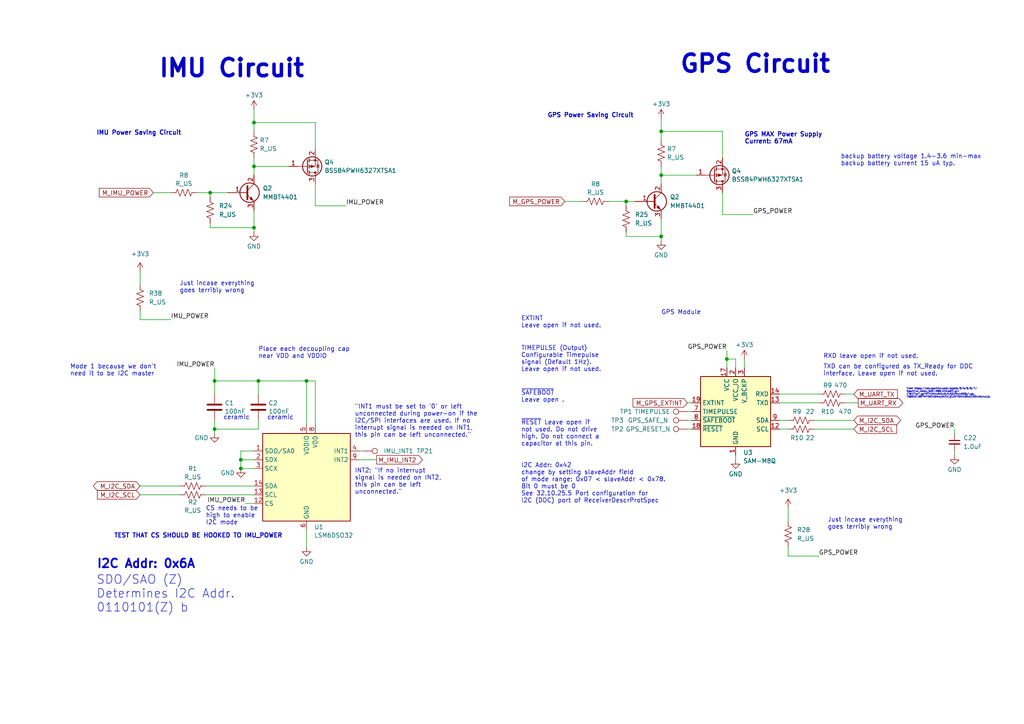
<source format=kicad_sch>
(kicad_sch (version 20230121) (generator eeschema)
  (paper "A4")
  (title_block (title "BoardLock Schematic") (rev "Rev1") (company "Schetmatic"))
  (lib_symbols
    (symbol "Connector:TestPoint" (pin_numbers hide) (pin_names (offset 0.762) hide)
      (property "Reference" "TP" (at 0 6.858 0))
      (property "Value" "TestPoint" (at 0 5.08 0))
      (symbol "TestPoint_0_1"
        (circle (center 0 3.302) (radius 0.762))
      )
      (symbol "TestPoint_1_1"
        (pin passive line (at 0 0 90) (length 2.54) (name "1") (number "1"))
      )
    )
    (symbol "Device:C" (pin_numbers hide) (pin_names (offset 0.254))
      (property "Reference" "C" (at 0.635 2.54 0))
      (property "Value" "C" (at 0.635 -2.54 0))
      (symbol "C_0_1"
        (polyline (pts (xy -2.032 -0.762) (xy 2.032 -0.762)) (stroke (width 0.508)))
        (polyline (pts (xy -2.032 0.762) (xy 2.032 0.762)) (stroke (width 0.508)))
      )
      (symbol "C_1_1"
        (pin passive line (at 0 3.81 270) (length 2.794) (name "~") (number "1"))
        (pin passive line (at 0 -3.81 90) (length 2.794) (name "~") (number "2"))
      )
    )
    (symbol "Device:C_Small" (pin_numbers hide) (pin_names (offset 0.254) hide)
      (property "Reference" "C" (at 0.254 1.778 0))
      (property "Value" "C_Small" (at 0.254 -2.032 0))
      (symbol "C_Small_0_1"
        (polyline (pts (xy -1.524 -0.508) (xy 1.524 -0.508)) (stroke (width 0.3302)))
        (polyline (pts (xy -1.524 0.508) (xy 1.524 0.508)) (stroke (width 0.3048)))
      )
      (symbol "C_Small_1_1"
        (pin passive line (at 0 2.54 270) (length 2.032) (name "~") (number "1"))
        (pin passive line (at 0 -2.54 90) (length 2.032) (name "~") (number "2"))
      )
    )
    (symbol "Device:Q_NPN_BCE" (pin_names (offset 0) hide)
      (property "Reference" "Q" (at 5.08 1.27 0))
      (property "Value" "Q_NPN_BCE" (at 5.08 -1.27 0))
      (symbol "Q_NPN_BCE_0_1"
        (polyline (pts (xy 0.635 0.635) (xy 2.54 2.54)))
        (polyline (pts (xy 0.635 -0.635) (xy 2.54 -2.54) (xy 2.54 -2.54)))
        (polyline (pts (xy 0.635 1.905) (xy 0.635 -1.905) (xy 0.635 -1.905)) (stroke (width 0.508)))
        (polyline (pts (xy 1.27 -1.778) (xy 1.778 -1.27) (xy 2.286 -2.286) (xy 1.27 -1.778) (xy 1.27 -1.778)) (fill (type outline)))
        (circle (center 1.27 0) (radius 2.8194) (stroke (width 0.254)))
      )
      (symbol "Q_NPN_BCE_1_1"
        (pin input line (at -5.08 0 0) (length 5.715) (name "B") (number "1"))
        (pin passive line (at 2.54 5.08 270) (length 2.54) (name "C") (number "2"))
        (pin passive line (at 2.54 -5.08 90) (length 2.54) (name "E") (number "3"))
      )
    )
    (symbol "Device:Q_PMOS_GSD" (pin_names (offset 0) hide)
      (property "Reference" "Q" (at 5.08 1.27 0))
      (property "Value" "Q_PMOS_GSD" (at 5.08 -1.27 0))
      (symbol "Q_PMOS_GSD_0_1"
        (polyline (pts (xy 0.254 0) (xy -2.54 0)))
        (polyline (pts (xy 0.254 1.905) (xy 0.254 -1.905)) (stroke (width 0.254)))
        (polyline (pts (xy 0.762 -1.27) (xy 0.762 -2.286)) (stroke (width 0.254)))
        (polyline (pts (xy 0.762 0.508) (xy 0.762 -0.508)) (stroke (width 0.254)))
        (polyline (pts (xy 0.762 2.286) (xy 0.762 1.27)) (stroke (width 0.254)))
        (polyline (pts (xy 2.54 2.54) (xy 2.54 1.778)))
        (polyline (pts (xy 2.54 -2.54) (xy 2.54 0) (xy 0.762 0)))
        (polyline (pts (xy 0.762 1.778) (xy 3.302 1.778) (xy 3.302 -1.778) (xy 0.762 -1.778)))
        (polyline (pts (xy 2.286 0) (xy 1.27 0.381) (xy 1.27 -0.381) (xy 2.286 0)) (fill (type outline)))
        (polyline (pts (xy 2.794 -0.508) (xy 2.921 -0.381) (xy 3.683 -0.381) (xy 3.81 -0.254)))
        (polyline (pts (xy 3.302 -0.381) (xy 2.921 0.254) (xy 3.683 0.254) (xy 3.302 -0.381)))
        (circle (center 1.651 0) (radius 2.794) (stroke (width 0.254)))
        (circle (center 2.54 -1.778) (radius 0.254) (fill (type outline)))
        (circle (center 2.54 1.778) (radius 0.254) (fill (type outline)))
      )
      (symbol "Q_PMOS_GSD_1_1"
        (pin input line (at -5.08 0 0) (length 2.54) (name "G") (number "1"))
        (pin passive line (at 2.54 -5.08 90) (length 2.54) (name "S") (number "2"))
        (pin passive line (at 2.54 5.08 270) (length 2.54) (name "D") (number "3"))
      )
    )
    (symbol "Device:R_US" (pin_numbers hide) (pin_names (offset 0))
      (property "Reference" "R" (at 2.54 0 90))
      (property "Value" "R_US" (at -2.54 0 90))
      (symbol "R_US_0_1"
        (polyline (pts (xy 0 -2.286) (xy 0 -2.54)))
        (polyline (pts (xy 0 2.286) (xy 0 2.54)))
        (polyline (pts (xy 0 -0.762) (xy 1.016 -1.143) (xy 0 -1.524) (xy -1.016 -1.905) (xy 0 -2.286)))
        (polyline (pts (xy 0 0.762) (xy 1.016 0.381) (xy 0 0) (xy -1.016 -0.381) (xy 0 -0.762)))
        (polyline (pts (xy 0 2.286) (xy 1.016 1.905) (xy 0 1.524) (xy -1.016 1.143) (xy 0 0.762)))
      )
      (symbol "R_US_1_1"
        (pin passive line (at 0 3.81 270) (length 1.27) (name "~") (number "1"))
        (pin passive line (at 0 -3.81 90) (length 1.27) (name "~") (number "2"))
      )
    )
    (symbol "RF_GPS:SAM-M8Q"
      (property "Reference" "U" (at -8.89 11.43 0))
      (property "Value" "SAM-M8Q" (at 8.89 11.43 0))
      (symbol "SAM-M8Q_0_1"
        (rectangle (start -10.16 10.16) (end 10.16 -10.16) (stroke (width 0.254)) (fill (type background)))
      )
      (symbol "SAM-M8Q_1_1"
        (pin power_in line (at 0 -12.7 90) (length 2.54) (name "GND") (number "1"))
        (pin passive line (at 0 -12.7 90) (length 2.54) hide (name "GND") (number "10"))
        (pin passive line (at 0 -12.7 90) (length 2.54) hide (name "GND") (number "11"))
        (pin input line (at 12.7 -5.08 180) (length 2.54) (name "SCL") (number "12"))
        (pin output line (at 12.7 2.54 180) (length 2.54) (name "TXD") (number "13"))
        (pin input line (at 12.7 5.08 180) (length 2.54) (name "RXD") (number "14"))
        (pin passive line (at 0 -12.7 90) (length 2.54) hide (name "GND") (number "15"))
        (pin passive line (at 0 -12.7 90) (length 2.54) hide (name "GND") (number "16"))
        (pin power_in line (at -2.54 12.7 270) (length 2.54) (name "VCC") (number "17"))
        (pin input line (at -12.7 -5.08 0) (length 2.54) (name "~{RESET}") (number "18"))
        (pin input line (at -12.7 2.54 0) (length 2.54) (name "EXTINT") (number "19"))
        (pin power_in line (at 0 12.7 270) (length 2.54) (name "VCC_IO") (number "2"))
        (pin passive line (at 0 -12.7 90) (length 2.54) hide (name "GND") (number "20"))
        (pin power_in line (at 2.54 12.7 270) (length 2.54) (name "V_BCKP") (number "3"))
        (pin passive line (at 0 -12.7 90) (length 2.54) hide (name "GND") (number "4"))
        (pin passive line (at 0 -12.7 90) (length 2.54) hide (name "GND") (number "5"))
        (pin passive line (at 0 -12.7 90) (length 2.54) hide (name "GND") (number "6"))
        (pin output line (at -12.7 0 0) (length 2.54) (name "TIMEPULSE") (number "7"))
        (pin input line (at -12.7 -2.54 0) (length 2.54) (name "~{SAFEBOOT}") (number "8"))
        (pin bidirectional line (at 12.7 -2.54 180) (length 2.54) (name "SDA") (number "9"))
      )
    )
    (symbol "Sensor_Motion:LSM6DS3"
      (property "Reference" "U" (at -11.43 15.24 0))
      (property "Value" "LSM6DS3" (at -11.43 12.7 0))
      (symbol "LSM6DS3_0_1"
        (rectangle (start -12.7 12.7) (end 12.7 -12.7) (stroke (width 0.254)) (fill (type background)))
      )
      (symbol "LSM6DS3_1_1"
        (pin bidirectional line (at -15.24 7.62 0) (length 2.54) (name "SDO/SA0") (number "1"))
        (pin no_connect line (at 12.7 -5.08 180) (length 3.81) hide (name "NC") (number "10"))
        (pin no_connect line (at 12.7 -2.54 180) (length 3.81) hide (name "NC") (number "11"))
        (pin input line (at -15.24 -7.62 0) (length 2.54) (name "CS") (number "12"))
        (pin input line (at -15.24 -5.08 0) (length 2.54) (name "SCL") (number "13"))
        (pin bidirectional line (at -15.24 -2.54 0) (length 2.54) (name "SDA") (number "14"))
        (pin bidirectional line (at -15.24 5.08 0) (length 2.54) (name "SDX") (number "2"))
        (pin input line (at -15.24 2.54 0) (length 2.54) (name "SCX") (number "3"))
        (pin output line (at 15.24 7.62 180) (length 2.54) (name "INT1") (number "4"))
        (pin power_in line (at 0 15.24 270) (length 2.54) (name "VDDIO") (number "5"))
        (pin power_in line (at 0 -15.24 90) (length 2.54) (name "GND") (number "6"))
        (pin passive line (at 0 -15.24 90) (length 2.54) hide (name "GND") (number "7"))
        (pin power_in line (at 2.54 15.24 270) (length 2.54) (name "VDD") (number "8"))
        (pin output line (at 15.24 5.08 180) (length 2.54) (name "INT2") (number "9"))
      )
    )
    (symbol "power:+3V3" (power) (pin_names (offset 0))
      (property "Value" "+3V3" (at 0 3.556 0))
      (symbol "+3V3_0_1"
        (polyline (pts (xy -0.762 1.27) (xy 0 2.54)))
        (polyline (pts (xy 0 0) (xy 0 2.54)))
        (polyline (pts (xy 0 2.54) (xy 0.762 1.27)))
      )
      (symbol "+3V3_1_1"
        (pin power_in line (at 0 0 90) (length 0) hide (name "+3V3") (number "1"))
      )
    )
    (symbol "power:GND" (power) (pin_names (offset 0))
      (property "Value" "GND" (at 0 -3.81 0))
      (symbol "GND_0_1"
        (polyline (pts (xy 0 0) (xy 0 -1.27) (xy 1.27 -1.27) (xy 0 -2.54) (xy -1.27 -1.27) (xy 0 -1.27)))
      )
      (symbol "GND_1_1"
        (pin power_in line (at 0 0 270) (length 0) hide (name "GND") (number "1"))
      )
    )
  )
  (junction (at 73.66 35.56))
  (junction (at 74.93 110.49))
  (junction (at 88.9 110.49))
  (junction (at 181.61 58.42))
  (junction (at 62.23 110.49))
  (junction (at 191.77 68.58))
  (junction (at 191.77 50.8))
  (junction (at 210.82 104.14))
  (junction (at 60.96 55.88))
  (junction (at 73.66 66.04))
  (junction (at 69.85 133.35))
  (junction (at 191.77 38.1))
  (junction (at 69.85 135.89))
  (junction (at 73.66 48.26))
  (junction (at 62.23 124.46))
  (wire (pts (xy 199.39 116.84) (xy 200.66 116.84)))
  (wire (pts (xy 210.82 101.6) (xy 210.82 104.14)))
  (wire (pts (xy 191.77 40.64) (xy 191.77 38.1)))
  (wire (pts (xy 226.06 124.46) (xy 228.6 124.46)))
  (wire (pts (xy 199.39 124.46) (xy 200.66 124.46)))
  (wire (pts (xy 73.66 45.72) (xy 73.66 48.26)))
  (wire (pts (xy 62.23 110.49) (xy 74.93 110.49)))
  (wire (pts (xy 59.69 140.97) (xy 73.66 140.97)))
  (wire (pts (xy 228.6 147.32) (xy 228.6 151.13)))
  (wire (pts (xy 245.11 114.3) (xy 247.65 114.3)))
  (wire (pts (xy 91.44 35.56) (xy 91.44 43.18)))
  (wire (pts (xy 210.82 104.14) (xy 213.36 104.14)))
  (wire (pts (xy 191.77 68.58) (xy 191.77 69.85)))
  (wire (pts (xy 226.06 121.92) (xy 228.6 121.92)))
  (wire (pts (xy 69.85 133.35) (xy 69.85 135.89)))
  (wire (pts (xy 236.22 124.46) (xy 247.65 124.46)))
  (wire (pts (xy 181.61 58.42) (xy 181.61 59.69)))
  (wire (pts (xy 213.36 104.14) (xy 213.36 106.68)))
  (wire (pts (xy 62.23 124.46) (xy 62.23 125.73)))
  (wire (pts (xy 181.61 68.58) (xy 191.77 68.58)))
  (wire (pts (xy 209.55 38.1) (xy 209.55 45.72)))
  (wire (pts (xy 181.61 58.42) (xy 184.15 58.42)))
  (wire (pts (xy 40.64 143.51) (xy 52.07 143.51)))
  (wire (pts (xy 88.9 110.49) (xy 91.44 110.49)))
  (wire (pts (xy 191.77 34.29) (xy 191.77 38.1)))
  (wire (pts (xy 209.55 55.88) (xy 209.55 62.23)))
  (wire (pts (xy 73.66 31.75) (xy 73.66 35.56)))
  (wire (pts (xy 71.12 146.05) (xy 73.66 146.05)))
  (wire (pts (xy 276.86 130.81) (xy 276.86 132.08)))
  (wire (pts (xy 60.96 55.88) (xy 60.96 57.15)))
  (wire (pts (xy 176.53 58.42) (xy 181.61 58.42)))
  (wire (pts (xy 276.86 124.46) (xy 276.86 125.73)))
  (wire (pts (xy 74.93 114.3) (xy 74.93 110.49)))
  (wire (pts (xy 74.93 121.92) (xy 74.93 124.46)))
  (wire (pts (xy 209.55 62.23) (xy 218.44 62.23)))
  (wire (pts (xy 191.77 63.5) (xy 191.77 68.58)))
  (wire (pts (xy 73.66 48.26) (xy 73.66 50.8)))
  (wire (pts (xy 88.9 153.67) (xy 88.9 158.75)))
  (wire (pts (xy 163.83 58.42) (xy 168.91 58.42)))
  (wire (pts (xy 60.96 66.04) (xy 73.66 66.04)))
  (wire (pts (xy 73.66 130.81) (xy 69.85 130.81)))
  (wire (pts (xy 228.6 161.29) (xy 237.49 161.29)))
  (wire (pts (xy 60.96 64.77) (xy 60.96 66.04)))
  (wire (pts (xy 228.6 158.75) (xy 228.6 161.29)))
  (wire (pts (xy 57.15 55.88) (xy 60.96 55.88)))
  (wire (pts (xy 62.23 124.46) (xy 74.93 124.46)))
  (wire (pts (xy 226.06 116.84) (xy 237.49 116.84)))
  (wire (pts (xy 73.66 38.1) (xy 73.66 35.56)))
  (wire (pts (xy 245.11 116.84) (xy 248.92 116.84)))
  (wire (pts (xy 215.9 104.14) (xy 215.9 106.68)))
  (wire (pts (xy 40.64 90.17) (xy 40.64 92.71)))
  (wire (pts (xy 69.85 135.89) (xy 73.66 135.89)))
  (wire (pts (xy 40.64 140.97) (xy 52.07 140.97)))
  (wire (pts (xy 73.66 60.96) (xy 73.66 66.04)))
  (wire (pts (xy 60.96 55.88) (xy 66.04 55.88)))
  (wire (pts (xy 104.14 133.35) (xy 109.22 133.35)))
  (wire (pts (xy 73.66 35.56) (xy 91.44 35.56)))
  (wire (pts (xy 69.85 130.81) (xy 69.85 133.35)))
  (wire (pts (xy 191.77 48.26) (xy 191.77 50.8)))
  (wire (pts (xy 91.44 53.34) (xy 91.44 59.69)))
  (wire (pts (xy 213.36 132.08) (xy 213.36 133.35)))
  (wire (pts (xy 181.61 67.31) (xy 181.61 68.58)))
  (wire (pts (xy 83.82 48.26) (xy 73.66 48.26)))
  (wire (pts (xy 88.9 110.49) (xy 88.9 123.19)))
  (wire (pts (xy 62.23 121.92) (xy 62.23 124.46)))
  (wire (pts (xy 210.82 104.14) (xy 210.82 106.68)))
  (wire (pts (xy 191.77 38.1) (xy 209.55 38.1)))
  (wire (pts (xy 91.44 110.49) (xy 91.44 123.19)))
  (wire (pts (xy 199.39 119.38) (xy 200.66 119.38)))
  (wire (pts (xy 191.77 50.8) (xy 191.77 53.34)))
  (wire (pts (xy 40.64 78.74) (xy 40.64 82.55)))
  (wire (pts (xy 59.69 143.51) (xy 73.66 143.51)))
  (wire (pts (xy 226.06 114.3) (xy 237.49 114.3)))
  (wire (pts (xy 104.14 130.81) (xy 105.41 130.81)))
  (wire (pts (xy 44.45 55.88) (xy 49.53 55.88)))
  (wire (pts (xy 74.93 110.49) (xy 88.9 110.49)))
  (wire (pts (xy 40.64 92.71) (xy 49.53 92.71)))
  (wire (pts (xy 62.23 106.68) (xy 62.23 110.49)))
  (wire (pts (xy 199.39 121.92) (xy 200.66 121.92)))
  (wire (pts (xy 73.66 66.04) (xy 73.66 67.31)))
  (wire (pts (xy 73.66 133.35) (xy 69.85 133.35)))
  (wire (pts (xy 91.44 59.69) (xy 100.33 59.69)))
  (wire (pts (xy 236.22 121.92) (xy 247.65 121.92)))
  (wire (pts (xy 62.23 110.49) (xy 62.23 114.3)))
  (wire (pts (xy 201.93 50.8) (xy 191.77 50.8)))
  (text "TIMEPULSE (Output)\nConfigurable Timepulse\nsignal (Default 1Hz).\nLeave open if not used." (at 151.13 107.95 0) (effects (font (size 1.27 1.27)) (justify left bottom)))
  (text "ceramic" (at 64.77 121.92 0) (effects (font (size 1.27 1.27)) (justify left bottom)))
  (text "IMU Power Saving Circuit" (at 27.94 39.37 0) (effects (font (size 1.27 1.27) bold) (justify left bottom)))
  (text "~{SAFEBOOT}\nLeave open ." (at 151.13 116.84 0) (effects (font (size 1.27 1.27)) (justify left bottom)))
  (text "GPS MAX Power Supply\nCurrent: 67mA" (at 215.9 41.91 0) (effects (font (size 1.27 1.27) bold) (justify left bottom)))
  (text "GPS Power Saving Circuit" (at 158.75 34.29 0) (effects (font (size 1.27 1.27) bold) (justify left bottom)))
  (text "I2C Addr: 0x6A" (at 27.94 165.1 0) (effects (font (size 2.5 2.5) (thickness 0.5) bold) (justify left bottom)))
  (text "From https://cdn.sparkfun.com/assets/0/b/0/6/7/\nSparkFun_Ublox_SAM-M8Q_V10.pdf?_gl=\n1*61f7uk*_ga*MTY1MzIxMzcxNy4xNjkzMzIxMDQy*_ga_\nT369JS7J9N*MTY5NTc0MzczNi41LjEuMTY5NTc0Mzc1OS4zNy4wLjA." (at 262.89 115.57 0) (effects (font (size 0.5 0.5)) (justify left bottom)))
  (text "TEST THAT CS SHOULD BE HOOKED TO IMU_POWER\n" (at 33.02 156.21 0) (effects (font (size 1.27 1.27) bold) (justify left bottom)))
  (text "GPS Module" (at 191.77 91.44 0) (effects (font (size 1.27 1.27)) (justify left bottom)))
  (text "GPS Circuit" (at 196.85 21.59 0) (effects (font (size 5 5) (thickness 1) bold) (justify left bottom)))
  (text "Just incase everything\ngoes terribly wrong" (at 240.03 153.67 0) (effects (font (size 1.27 1.27)) (justify left bottom)))
  (text "I2C Addr: 0x42\nchange by setting slaveAddr field \nof mode range: 0x07 < slaveAddr < 0x78. \nBit 0 must be 0\nSee 32.10.25.5 Port configuration for \nI2C (DDC) port of ReceiverDescrProtSpec" (at 151.13 146.05 0) (effects (font (size 1.27 1.27)) (justify left bottom)))
  (text "~{RESET} Leave open if\nnot used. Do not drive\nhigh. Do not connect a\ncapacitor at this pin." (at 151.13 129.54 0) (effects (font (size 1.27 1.27)) (justify left bottom)))
  (text "Just incase everything\ngoes terribly wrong" (at 52.07 85.09 0) (effects (font (size 1.27 1.27)) (justify left bottom)))
  (text "IMU Circuit" (at 45.72 22.86 0) (effects (font (size 5 5) (thickness 1) bold) (justify left bottom)))
  (text "Place each decoupling cap\nnear VDD and VDDIO" (at 74.93 104.14 0) (effects (font (size 1.27 1.27)) (justify left bottom)))
  (text "INT2: \"If no interrupt \nsignal is needed on INT2, \nthis pin can be left \nunconnected.\"" (at 102.87 143.51 0) (effects (font (size 1.27 1.27)) (justify left bottom)))
  (text "EXTINT\nLeave open if not used." (at 151.13 95.25 0) (effects (font (size 1.27 1.27)) (justify left bottom)))
  (text "SDO/SAO (Z) \nDetermines I2C Addr.\n0110101(Z) b\n" (at 27.94 177.8 0) (effects (font (size 2.5 2.5)) (justify left bottom)))
  (text "ceramic" (at 77.47 121.92 0) (effects (font (size 1.27 1.27)) (justify left bottom)))
  (text "backup battery voltage 1.4-3.6 min-max\nbackup battery current 15 uA typ." (at 243.84 48.26 0) (effects (font (size 1.27 1.27)) (justify left bottom)))
  (text "Mode 1 because we don't \nneed it to be I2C master" (at 20.32 109.22 0) (effects (font (size 1.27 1.27)) (justify left bottom)))
  (text "TXD can be configured as TX_Ready for DDC \ninterface. Leave open if not used.\n" (at 238.76 109.22 0) (effects (font (size 1.27 1.27)) (justify left bottom)))
  (text "\"INT1 must be set to '0' or left \nunconnected during power-on if the \nI2C/SPI interfaces are used. If no \ninterrupt signal is needed on INT1, \nthis pin can be left unconnected.\"" (at 102.87 127 0) (effects (font (size 1.27 1.27)) (justify left bottom)))
  (text "RXD leave open if not used." (at 238.76 104.14 0) (effects (font (size 1.27 1.27)) (justify left bottom)))
  (text "CS needs to be \nhigh to enable \nI2C mode" (at 59.69 152.4 0) (effects (font (size 1.27 1.27)) (justify left bottom)))
  (label "GPS_POWER" (at 276.86 124.46 180))
  (label "IMU_POWER" (at 49.53 92.71 0))
  (label "IMU_POWER" (at 71.12 146.05 180))
  (label "IMU_POWER" (at 100.33 59.69 0))
  (label "IMU_POWER" (at 62.23 106.68 180))
  (label "GPS_POWER" (at 237.49 161.29 0))
  (label "GPS_POWER" (at 218.44 62.23 0))
  (label "GPS_POWER" (at 210.82 101.6 180))
  (global_label "M_UART_TX" (shape input) (at 247.65 114.3 0) (property "Intersheetrefs" "${INTERSHEET_REFS}" (effects hide)))
  (global_label "M_IMU_INT2" (shape output) (at 109.22 133.35 0) (property "Intersheetrefs" "${INTERSHEET_REFS}" (effects hide)))
  (global_label "M_I2C_SCL" (shape input) (at 40.64 143.51 180) (property "Intersheetrefs" "${INTERSHEET_REFS}" (effects hide)))
  (global_label "M_I2C_SDA" (shape bidirectional) (at 247.65 121.92 0) (property "Intersheetrefs" "${INTERSHEET_REFS}" (effects hide)))
  (global_label "M_I2C_SDA" (shape bidirectional) (at 40.64 140.97 180) (property "Intersheetrefs" "${INTERSHEET_REFS}" (effects hide)))
  (global_label "M_GPS_EXTINT" (shape input) (at 199.39 116.84 180) (property "Intersheetrefs" "${INTERSHEET_REFS}" (effects hide)))
  (global_label "M_UART_RX" (shape output) (at 248.92 116.84 0) (property "Intersheetrefs" "${INTERSHEET_REFS}" (effects hide)))
  (global_label "M_GPS_POWER" (shape input) (at 163.83 58.42 180) (property "Intersheetrefs" "${INTERSHEET_REFS}" (effects hide)))
  (global_label "M_I2C_SCL" (shape input) (at 247.65 124.46 0) (property "Intersheetrefs" "${INTERSHEET_REFS}" (effects hide)))
  (global_label "M_IMU_POWER" (shape input) (at 44.45 55.88 180) (property "Intersheetrefs" "${INTERSHEET_REFS}" (effects hide)))
  (symbol (lib_id "Device:C_Small") (at 276.86 128.27 0) (unit 1)
    (property "Reference" "C22" (at 279.4 127.0063 0) (effects (justify left)))
    (property "Value" "1.0uF" (at 279.4 129.5463 0) (effects (justify left)))
    (property "Footprint" "Capacitor_SMD:C_0805_2012Metric_Pad1.18x1.45mm_HandSolder" (effects hide))
  )
  (symbol (lib_id "Connector:TestPoint") (at 199.39 121.92 90) (unit 1)
    (property "Reference" "TP3" (at 179.07 121.92 90))
    (property "Value" "GPS_SAFE_N" (at 187.96 121.92 90))
    (property "Footprint" "TestPoint:TestPoint_Pad_D1.0mm" (effects hide))
  )
  (symbol (lib_id "Connector:TestPoint") (at 199.39 119.38 90) (unit 1)
    (property "Reference" "TP1" (at 181.61 119.38 90))
    (property "Value" "TIMEPULSE" (at 189.23 119.38 90))
    (property "Footprint" "TestPoint:TestPoint_Pad_D1.0mm" (effects hide))
  )
  (symbol (lib_id "power:GND") (at 191.77 69.85 0) (unit 1)
    (property "Reference" "#PWR010" (effects hide))
    (property "Value" "GND" (at 191.77 73.9831 0))
    (instances (project "boardlock" (path "" (reference "#PWR010") (unit 1))) (project "boardlock" (path "" (reference "#PWR011") (unit 1))))
  )
  (symbol (lib_id "power:GND") (at 69.85 135.89 0) (unit 1)
    (property "Reference" "#PWR03" (effects hide))
    (property "Value" "GND" (at 66.04 137.16 0))
    (instances (project "boardlock" (path "" (reference "#PWR03") (unit 1)) (path "" (reference "#PWR03") (unit 1))) (project "boardlock" (path "" (reference "#PWR07") (unit 1))))
  )
  (symbol (lib_id "Connector:TestPoint") (at 199.39 124.46 90) (unit 1)
    (property "Reference" "TP2" (at 179.07 124.46 90))
    (property "Value" "GPS_RESET_N" (at 187.96 124.46 90))
    (property "Footprint" "TestPoint:TestPoint_Pad_D1.0mm" (effects hide))
  )
  (symbol (lib_id "Connector:TestPoint") (at 105.41 130.81 270) (unit 1)
    (property "Reference" "TP21" (at 123.19 130.81 90))
    (property "Value" "IMU_INT1" (at 115.57 130.81 90))
    (property "Footprint" "TestPoint:TestPoint_Pad_D1.0mm" (effects hide))
  )
  (symbol (lib_id "Device:R_US") (at 228.6 154.94 0) (unit 1)
    (property "Reference" "R28" (at 231.14 153.67 0) (effects (justify left)))
    (property "Value" "R_US" (at 231.14 156.21 0) (effects (justify left)))
    (property "Footprint" "Resistor_SMD:R_0805_2012Metric_Pad1.20x1.40mm_HandSolder" (effects hide))
  )
  (symbol (lib_id "Device:Q_NPN_BCE") (at 71.12 55.88 0) (unit 1)
    (property "Reference" "Q2" (at 76.2 54.61 0) (effects (justify left)))
    (property "Value" "MMBT4401" (at 76.2 57.15 0) (effects (justify left)))
    (property "Footprint" "Package_TO_SOT_SMD:SOT-23-3" (effects hide))
  )
  (symbol (lib_id "Device:R_US") (at 241.3 116.84 270) (unit 1)
    (property "Reference" "R10" (at 240.03 119.38 90))
    (property "Value" "470" (at 245.11 119.38 90))
    (property "Footprint" "Resistor_SMD:R_0805_2012Metric_Pad1.20x1.40mm_HandSolder" (effects hide))
    (instances (project "boardlock" (path "" (reference "R10") (unit 1))) (project "boardlock" (path "" (reference "R15") (unit 1))))
  )
  (symbol (lib_id "Device:R_US") (at 191.77 44.45 0) (unit 1)
    (property "Reference" "R7" (at 193.421 43.2379 0) (effects (justify left)))
    (property "Value" "R_US" (at 193.421 45.6621 0) (effects (justify left)))
    (property "Footprint" "Resistor_SMD:R_0805_2012Metric_Pad1.20x1.40mm_HandSolder" (effects hide))
    (instances (project "boardlock" (path "" (reference "R7") (unit 1))) (project "boardlock" (path "" (reference "R6") (unit 1))))
  )
  (symbol (lib_id "Sensor_Motion:LSM6DS3") (at 88.9 138.43 0) (unit 1)
    (property "Reference" "U1" (at 91.0941 152.8501 0) (effects (justify left)))
    (property "Value" "LSM6DSO32" (at 91.0941 155.2743 0) (effects (justify left)))
    (property "Footprint" "LSM6DSO32TR:LGA-14L_2P5X3X0P83_STM-M" (effects hide))
    (property "Datasheet" "https://www.st.com/resource/en/datasheet/lsm6dso32.pdf" (effects hide))
    (instances (project "boardlock" (path "" (reference "U1") (unit 1)) (path "" (reference "U1") (unit 1)) (path "" (reference "U1") (unit 1))) (project "boardlock" (path "" (reference "U2") (unit 1))))
  )
  (symbol (lib_id "power:GND") (at 73.66 67.31 0) (unit 1)
    (property "Reference" "#PWR010" (effects hide))
    (property "Value" "GND" (at 73.66 71.4431 0))
    (instances (project "boardlock" (path "" (reference "#PWR010") (unit 1))) (project "boardlock" (path "" (reference "#PWR059") (unit 1))))
  )
  (symbol (lib_id "power:+3V3") (at 191.77 34.29 0) (unit 1)
    (property "Reference" "#PWR09" (effects hide))
    (property "Value" "+3V3" (at 191.77 30.1569 0))
    (instances (project "boardlock" (path "" (reference "#PWR09") (unit 1))) (project "boardlock" (path "" (reference "#PWR010") (unit 1))))
  )
  (symbol (lib_id "Device:Q_PMOS_GSD") (at 207.01 50.8 0) (mirror x) (unit 1)
    (property "Reference" "Q4" (at 212.217 49.5879 0) (effects (justify left)))
    (property "Value" "BSS84PWH6327XTSA1" (at 212.217 52.0121 0) (effects (justify left)))
    (property "Footprint" "Package_TO_SOT_SMD:SOT-323_SC-70_Handsoldering" (effects hide))
    (property "Datasheet" "https://www.infineon.com/dgdl/Infineon-BSS84PW-DS-v01_05-en.pdf?fileId=db3a3043321e49940132482056d32474" (effects hide))
  )
  (symbol (lib_id "power:GND") (at 276.86 132.08 0) (unit 1)
    (property "Reference" "#PWR01" (effects hide))
    (property "Value" "GND" (at 276.86 136.2131 0))
    (instances (project "boardlock" (path "" (reference "#PWR01") (unit 1))) (project "boardlock" (path "" (reference "#PWR062") (unit 1))))
  )
  (symbol (lib_id "Device:Q_PMOS_GSD") (at 88.9 48.26 0) (mirror x) (unit 1)
    (property "Reference" "Q4" (at 94.107 47.0479 0) (effects (justify left)))
    (property "Value" "BSS84PWH6327XTSA1" (at 94.107 49.4721 0) (effects (justify left)))
    (property "Footprint" "Package_TO_SOT_SMD:SOT-323_SC-70_Handsoldering" (effects hide))
    (property "Datasheet" "https://www.infineon.com/dgdl/Infineon-BSS84PW-DS-v01_05-en.pdf?fileId=db3a3043321e49940132482056d32474" (effects hide))
    (instances (project "boardlock" (path "" (reference "Q4") (unit 1)) (path "" (reference "Q4") (unit 1))) (project "boardlock" (path "" (reference "Q1") (unit 1))))
  )
  (symbol (lib_id "power:+3V3") (at 40.64 78.74 0) (unit 1)
    (property "Reference" "#PWR065" (effects hide))
    (property "Value" "+3V3" (at 40.64 73.66 0))
  )
  (symbol (lib_id "Device:R_US") (at 53.34 55.88 90) (unit 1)
    (property "Reference" "R8" (at 53.34 50.8467 90))
    (property "Value" "R_US" (at 53.34 53.2709 90))
    (property "Footprint" "Resistor_SMD:R_0805_2012Metric_Pad1.20x1.40mm_HandSolder" (effects hide))
    (instances (project "boardlock" (path "" (reference "R8") (unit 1))) (project "boardlock" (path "" (reference "R16") (unit 1))))
  )
  (symbol (lib_id "Device:R_US") (at 181.61 63.5 0) (unit 1)
    (property "Reference" "R25" (at 184.15 62.23 0) (effects (justify left)))
    (property "Value" "R_US" (at 184.15 64.77 0) (effects (justify left)))
    (property "Footprint" "Resistor_SMD:R_0805_2012Metric_Pad1.20x1.40mm_HandSolder" (effects hide))
  )
  (symbol (lib_id "power:GND") (at 88.9 158.75 0) (unit 1)
    (property "Reference" "#PWR02" (effects hide))
    (property "Value" "GND" (at 88.9 162.8831 0))
    (instances (project "boardlock" (path "" (reference "#PWR02") (unit 1)) (path "" (reference "#PWR02") (unit 1))) (project "boardlock" (path "" (reference "#PWR09") (unit 1))))
  )
  (symbol (lib_id "Device:Q_NPN_BCE") (at 189.23 58.42 0) (unit 1)
    (property "Reference" "Q2" (at 194.31 57.15 0) (effects (justify left)))
    (property "Value" "MMBT4401" (at 194.31 59.69 0) (effects (justify left)))
    (property "Footprint" "Package_TO_SOT_SMD:SOT-23-3" (effects hide))
    (instances (project "boardlock" (path "" (reference "Q2") (unit 1))) (project "boardlock" (path "" (reference "Q3") (unit 1))))
  )
  (symbol (lib_id "Device:R_US") (at 172.72 58.42 90) (unit 1)
    (property "Reference" "R8" (at 172.72 53.3867 90))
    (property "Value" "R_US" (at 172.72 55.8109 90))
    (property "Footprint" "Resistor_SMD:R_0805_2012Metric_Pad1.20x1.40mm_HandSolder" (effects hide))
    (instances (project "boardlock" (path "" (reference "R8") (unit 1))) (project "boardlock" (path "" (reference "R5") (unit 1))))
  )
  (symbol (lib_id "Device:C") (at 74.93 118.11 0) (unit 1)
    (property "Reference" "C2" (at 77.851 116.8979 0) (effects (justify left)))
    (property "Value" "100nF" (at 77.851 119.3221 0) (effects (justify left)))
    (property "Footprint" "Capacitor_SMD:C_0805_2012Metric_Pad1.18x1.45mm_HandSolder" (effects hide))
    (instances (project "boardlock" (path "" (reference "C2") (unit 1)) (path "" (reference "C2") (unit 1))) (project "boardlock" (path "" (reference "C4") (unit 1))))
  )
  (symbol (lib_id "power:GND") (at 213.36 133.35 0) (unit 1)
    (property "Reference" "#PWR01" (effects hide))
    (property "Value" "GND" (at 213.36 137.4831 0))
    (instances (project "boardlock" (path "" (reference "#PWR01") (unit 1))) (project "boardlock" (path "" (reference "#PWR012") (unit 1))))
  )
  (symbol (lib_id "Device:C") (at 62.23 118.11 0) (unit 1)
    (property "Reference" "C1" (at 65.151 116.8979 0) (effects (justify left)))
    (property "Value" "100nF" (at 65.151 119.3221 0) (effects (justify left)))
    (property "Footprint" "Capacitor_SMD:C_0805_2012Metric_Pad1.18x1.45mm_HandSolder" (effects hide))
    (instances (project "boardlock" (path "" (reference "C1") (unit 1)) (path "" (reference "C1") (unit 1))) (project "boardlock" (path "" (reference "C3") (unit 1))))
  )
  (symbol (lib_id "Device:R_US") (at 232.41 121.92 270) (unit 1)
    (property "Reference" "R9" (at 231.14 119.38 90))
    (property "Value" "22" (at 234.95 119.38 90))
    (property "Footprint" "Resistor_SMD:R_0805_2012Metric_Pad1.20x1.40mm_HandSolder" (effects hide))
    (instances (project "boardlock" (path "" (reference "R9") (unit 1))) (project "boardlock" (path "" (reference "R7") (unit 1))))
  )
  (symbol (lib_id "RF_GPS:SAM-M8Q") (at 213.36 119.38 0) (unit 1)
    (property "Reference" "U3" (at 215.5541 131.2601 0) (effects (justify left)))
    (property "Value" "SAM-M8Q" (at 215.5541 133.6843 0) (effects (justify left)))
    (property "Footprint" "RF_GPS:ublox_SAM-M8Q" (effects hide))
    (property "Datasheet" "https://www.u-blox.com/sites/default/files/SAM-M8Q_DataSheet_%28UBX-16012619%29.pdf" (effects hide))
  )
  (symbol (lib_id "Device:R_US") (at 55.88 140.97 90) (unit 1)
    (property "Reference" "R1" (at 55.88 135.9367 90))
    (property "Value" "R_US" (at 55.88 138.3609 90))
    (property "Footprint" "Resistor_SMD:R_0805_2012Metric_Pad1.20x1.40mm_HandSolder" (effects hide))
    (instances (project "boardlock" (path "" (reference "R1") (unit 1)) (path "" (reference "R1") (unit 1))) (project "boardlock" (path "" (reference "R2") (unit 1))))
  )
  (symbol (lib_id "Device:R_US") (at 40.64 86.36 0) (unit 1)
    (property "Reference" "R38" (at 43.18 85.09 0) (effects (justify left)))
    (property "Value" "R_US" (at 43.18 87.63 0) (effects (justify left)))
    (property "Footprint" "Resistor_SMD:R_0805_2012Metric_Pad1.20x1.40mm_HandSolder" (effects hide))
  )
  (symbol (lib_id "power:+3V3") (at 228.6 147.32 0) (unit 1)
    (property "Reference" "#PWR084" (effects hide))
    (property "Value" "+3V3" (at 228.6 142.24 0))
  )
  (symbol (lib_id "Device:R_US") (at 55.88 143.51 90) (unit 1)
    (property "Reference" "R2" (at 55.88 144.8958 90) (effects (justify bottom)))
    (property "Value" "R_US" (at 55.88 147.32 90) (effects (justify bottom)))
    (property "Footprint" "Resistor_SMD:R_0805_2012Metric_Pad1.20x1.40mm_HandSolder" (effects hide))
    (instances (project "boardlock" (path "" (reference "R2") (unit 1)) (path "" (reference "R2") (unit 1))) (project "boardlock" (path "" (reference "R3") (unit 1))))
  )
  (symbol (lib_id "power:GND") (at 62.23 125.73 0) (unit 1)
    (property "Reference" "#PWR07" (effects hide))
    (property "Value" "GND" (at 58.42 127 0))
    (instances (project "boardlock" (path "" (reference "#PWR07") (unit 1)) (path "" (reference "#PWR07") (unit 1))) (project "boardlock" (path "" (reference "#PWR04") (unit 1))))
  )
  (symbol (lib_id "Device:R_US") (at 73.66 41.91 0) (unit 1)
    (property "Reference" "R7" (at 75.311 40.6979 0) (effects (justify left)))
    (property "Value" "R_US" (at 75.311 43.1221 0) (effects (justify left)))
    (property "Footprint" "Resistor_SMD:R_0805_2012Metric_Pad1.20x1.40mm_HandSolder" (effects hide))
    (instances (project "boardlock" (path "" (reference "R7") (unit 1))) (project "boardlock" (path "" (reference "R4") (unit 1))))
  )
  (symbol (lib_id "power:+3V3") (at 73.66 31.75 0) (unit 1)
    (property "Reference" "#PWR09" (effects hide))
    (property "Value" "+3V3" (at 73.66 27.6169 0))
    (instances (project "boardlock" (path "" (reference "#PWR09") (unit 1))) (project "boardlock" (path "" (reference "#PWR05") (unit 1))))
  )
  (symbol (lib_id "Device:R_US") (at 241.3 114.3 270) (unit 1)
    (property "Reference" "R9" (at 240.03 111.76 90))
    (property "Value" "470" (at 243.84 111.76 90))
    (property "Footprint" "Resistor_SMD:R_0805_2012Metric_Pad1.20x1.40mm_HandSolder" (effects hide))
    (instances (project "boardlock" (path "" (reference "R9") (unit 1))) (project "boardlock" (path "" (reference "R1") (unit 1))))
  )
  (symbol (lib_id "Device:R_US") (at 60.96 60.96 0) (unit 1)
    (property "Reference" "R24" (at 63.5 59.69 0) (effects (justify left)))
    (property "Value" "R_US" (at 63.5 62.23 0) (effects (justify left)))
    (property "Footprint" "Resistor_SMD:R_0805_2012Metric_Pad1.20x1.40mm_HandSolder" (effects hide))
  )
  (symbol (lib_id "Device:R_US") (at 232.41 124.46 270) (unit 1)
    (property "Reference" "R10" (at 231.14 127 90))
    (property "Value" "22" (at 234.95 127 90))
    (property "Footprint" "Resistor_SMD:R_0805_2012Metric_Pad1.20x1.40mm_HandSolder" (effects hide))
    (instances (project "boardlock" (path "" (reference "R10") (unit 1))) (project "boardlock" (path "" (reference "R8") (unit 1))))
  )
  (symbol (lib_id "power:+3V3") (at 215.9 104.14 0) (unit 1)
    (property "Reference" "#PWR09" (effects hide))
    (property "Value" "+3V3" (at 215.9 100.0069 0))
    (instances (project "boardlock" (path "" (reference "#PWR09") (unit 1))) (project "boardlock" (path "" (reference "#PWR061") (unit 1))))
  )
)
</source>
